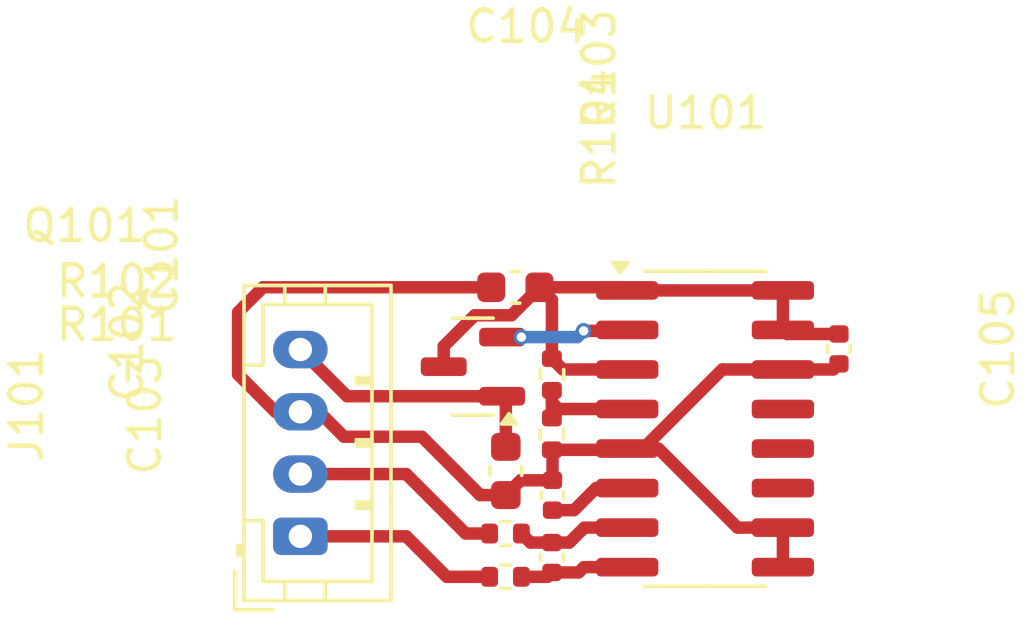
<source format=kicad_pcb>
(kicad_pcb (version 20240108) (generator "pcbnew") (generator_version "8.0")
  (layers (0 "F.Cu" signal) (31 "B.Cu" signal) (34 "B.Paste" user) (35 "F.Paste" user) (36 "B.SilkS" user "B.Silkscreen") (37 "F.SilkS" user "F.Silkscreen") (38 "B.Mask" user) (39 "F.Mask" user) (44 "Edge.Cuts" user))
  (net 0 "")
  (net 1 "GND")
  (net 2 "VDD")
  (net 3 "Net-(J101-Pin_4)")
  (net 4 "Net-(U101-INA+)")
  (net 5 "Net-(U101-INA-)")
  (net 6 "Net-(U101-VBG)")
  (net 7 "Net-(J101-Pin_2)")
  (net 8 "Net-(J101-Pin_1)")
  (net 9 "Net-(Q101-B)")
  (net 10 "Net-(U101-VFB)")
  (net 11 "/CLK")
  (net 12 "/DAT")
  (footprint "Capacitor_SMD:C_0603_1608Metric" (layer "F.Cu") (at 141.2 90.2 -90)
    (property "Reference" "C101" (at -6.93 11.06 90) (layer "F.SilkS"))
    (property "Value" "10uF")
    (fp_line (start -0.14058 0.51) (end 0.14058 0.51) (stroke (width 0.12)) (layer "F.SilkS"))
    (fp_line (start -0.14058 -0.51) (end 0.14058 -0.51) (stroke (width 0.12)) (layer "F.SilkS"))
    (pad "1" smd roundrect (at -0.775 0 270) (size 0.9 0.95) (layers "F.Cu" "F.Paste" "F.Mask") (net 3 "Net-(J101-Pin_4)"))
    (pad "2" smd roundrect (at 0.775 0 270) (size 0.9 0.95) (layers "F.Cu" "F.Paste" "F.Mask") (net 1 "GND"))
  )
  (footprint "Capacitor_SMD:C_0603_1608Metric" (layer "F.Cu") (at 141.505 84.3 180)
    (property "Reference" "C104" (at -0.35 8.38 360) (layer "F.SilkS"))
    (property "Value" "10uF")
    (fp_line (start -0.14058 0.51) (end 0.14058 0.51) (stroke (width 0.12)) (layer "F.SilkS"))
    (fp_line (start -0.14058 -0.51) (end 0.14058 -0.51) (stroke (width 0.12)) (layer "F.SilkS"))
    (pad "1" smd roundrect (at -0.775 0 180) (size 0.9 0.95) (layers "F.Cu" "F.Paste" "F.Mask") (net 2 "VDD"))
    (pad "2" smd roundrect (at 0.775 0 180) (size 0.9 0.95) (layers "F.Cu" "F.Paste" "F.Mask") (net 1 "GND"))
  )
  (footprint "Resistor_SMD:R_0402_1005Metric" (layer "F.Cu") (at 142.68 87.1 -90)
    (property "Reference" "R103" (at -9.81 -1.52 90) (layer "F.SilkS"))
    (property "Value" "22k")
    (fp_line (start -0.153641 0.38) (end 0.153641 0.38) (stroke (width 0.12)) (layer "F.SilkS"))
    (fp_line (start -0.153641 -0.38) (end 0.153641 -0.38) (stroke (width 0.12)) (layer "F.SilkS"))
    (pad "1" smd roundrect (at -0.51 0 270) (size 0.54 0.64) (layers "F.Cu" "F.Paste" "F.Mask") (net 2 "VDD"))
    (pad "2" smd roundrect (at 0.51 0 270) (size 0.54 0.64) (layers "F.Cu" "F.Paste" "F.Mask") (net 10 "Net-(U101-VFB)"))
  )
  (footprint "Connector_JST:JST_PH_B4B-PH-K_1x04_P2.00mm_Vertical" (layer "F.Cu") (at 134.6 92.3 90)
    (property "Reference" "J101" (at 4.2 -8.8 90) (layer "F.SilkS"))
    (property "Value" "Conn_01x04")
    (fp_line (start -1.11 -2.11) (end -2.36 -2.11) (stroke (width 0.12)) (layer "F.SilkS"))
    (fp_line (start -2.36 -2.11) (end -2.36 -0.86) (stroke (width 0.12)) (layer "F.SilkS"))
    (fp_line (start -0.3 -2.01) (end -0.6 -2.01) (stroke (width 0.12)) (layer "F.SilkS"))
    (fp_line (start -0.6 -2.01) (end -0.6 -1.81) (stroke (width 0.12)) (layer "F.SilkS"))
    (fp_line (start -0.3 -1.91) (end -0.6 -1.91) (stroke (width 0.12)) (layer "F.SilkS"))
    (fp_line (start 8.06 -1.81) (end -2.06 -1.81) (stroke (width 0.12)) (layer "F.SilkS"))
    (fp_line (start 0.5 -1.81) (end 0.5 -1.2) (stroke (width 0.12)) (layer "F.SilkS"))
    (fp_line (start -0.3 -1.81) (end -0.3 -2.01) (stroke (width 0.12)) (layer "F.SilkS"))
    (fp_line (start -2.06 -1.81) (end -2.06 2.91) (stroke (width 0.12)) (layer "F.SilkS"))
    (fp_line (start 7.45 -1.2) (end 5.5 -1.2) (stroke (width 0.12)) (layer "F.SilkS"))
    (fp_line (start 5.5 -1.2) (end 5.5 -1.81) (stroke (width 0.12)) (layer "F.SilkS"))
    (fp_line (start 0.5 -1.2) (end -1.45 -1.2) (stroke (width 0.12)) (layer "F.SilkS"))
    (fp_line (start -1.45 -1.2) (end -1.45 2.3) (stroke (width 0.12)) (layer "F.SilkS"))
    (fp_line (start 8.06 -0.5) (end 7.45 -0.5) (stroke (width 0.12)) (layer "F.SilkS"))
    (fp_line (start -2.06 -0.5) (end -1.45 -0.5) (stroke (width 0.12)) (layer "F.SilkS"))
    (fp_line (start 8.06 0.8) (end 7.45 0.8) (stroke (width 0.12)) (layer "F.SilkS"))
    (fp_line (start -2.06 0.8) (end -1.45 0.8) (stroke (width 0.12)) (layer "F.SilkS"))
    (fp_line (start 5.1 1.8) (end 5.1 2.3) (stroke (width 0.12)) (layer "F.SilkS"))
    (fp_line (start 4.9 1.8) (end 5.1 1.8) (stroke (width 0.12)) (layer "F.SilkS"))
    (fp_line (start 3.1 1.8) (end 3.1 2.3) (stroke (width 0.12)) (layer "F.SilkS"))
    (fp_line (start 2.9 1.8) (end 3.1 1.8) (stroke (width 0.12)) (layer "F.SilkS"))
    (fp_line (start 1.1 1.8) (end 1.1 2.3) (stroke (width 0.12)) (layer "F.SilkS"))
    (fp_line (start 0.9 1.8) (end 1.1 1.8) (stroke (width 0.12)) (layer "F.SilkS"))
    (fp_line (start 7.45 2.3) (end 7.45 -1.2) (stroke (width 0.12)) (layer "F.SilkS"))
    (fp_line (start 5 2.3) (end 5 1.8) (stroke (width 0.12)) (layer "F.SilkS"))
    (fp_line (start 4.9 2.3) (end 4.9 1.8) (stroke (width 0.12)) (layer "F.SilkS"))
    (fp_line (start 3 2.3) (end 3 1.8) (stroke (width 0.12)) (layer "F.SilkS"))
    (fp_line (start 2.9 2.3) (end 2.9 1.8) (stroke (width 0.12)) (layer "F.SilkS"))
    (fp_line (start 1 2.3) (end 1 1.8) (stroke (width 0.12)) (layer "F.SilkS"))
    (fp_line (start 0.9 2.3) (end 0.9 1.8) (stroke (width 0.12)) (layer "F.SilkS"))
    (fp_line (start -1.45 2.3) (end 7.45 2.3) (stroke (width 0.12)) (layer "F.SilkS"))
    (fp_line (start 8.06 2.91) (end 8.06 -1.81) (stroke (width 0.12)) (layer "F.SilkS"))
    (fp_line (start -2.06 2.91) (end 8.06 2.91) (stroke (width 0.12)) (layer "F.SilkS"))
    (pad "1" thru_hole roundrect (at 0 0 90) (size 1.2 1.75) (drill 0.75) (layers "*.Cu" "*.Mask") (roundrect_rratio 0.208333) (net 8 "Net-(J101-Pin_1)"))
    (pad "2" thru_hole oval (at 2 0 90) (size 1.2 1.75) (drill 0.75) (layers "*.Cu" "*.Mask") (net 7 "Net-(J101-Pin_2)"))
    (pad "3" thru_hole oval (at 4 0 90) (size 1.2 1.75) (drill 0.75) (layers "*.Cu" "*.Mask") (net 1 "GND"))
    (pad "4" thru_hole oval (at 6 0 90) (size 1.2 1.75) (drill 0.75) (layers "*.Cu" "*.Mask") (net 3 "Net-(J101-Pin_4)"))
  )
  (footprint "Resistor_SMD:R_0402_1005Metric" (layer "F.Cu") (at 141.19 93.6)
    (property "Reference" "R101" (at -12.49 -8.1 0) (layer "F.SilkS"))
    (property "Value" "100")
    (fp_line (start -0.153641 -0.38) (end 0.153641 -0.38) (stroke (width 0.12)) (layer "F.SilkS"))
    (fp_line (start -0.153641 0.38) (end 0.153641 0.38) (stroke (width 0.12)) (layer "F.SilkS"))
    (pad "1" smd roundrect (at -0.51 0) (size 0.54 0.64) (layers "F.Cu" "F.Paste" "F.Mask") (net 8 "Net-(J101-Pin_1)"))
    (pad "2" smd roundrect (at 0.51 0) (size 0.54 0.64) (layers "F.Cu" "F.Paste" "F.Mask") (net 4 "Net-(U101-INA+)"))
  )
  (footprint "Capacitor_SMD:C_0402_1005Metric" (layer "F.Cu") (at 142.7 90.98 90)
    (property "Reference" "C103" (at 2.58 -13.1 90) (layer "F.SilkS"))
    (property "Value" "0.1uF")
    (fp_line (start -0.107836 -0.36) (end 0.107836 -0.36) (stroke (width 0.12)) (layer "F.SilkS"))
    (fp_line (start -0.107836 0.36) (end 0.107836 0.36) (stroke (width 0.12)) (layer "F.SilkS"))
    (pad "1" smd roundrect (at -0.48 0 90) (size 0.56 0.62) (layers "F.Cu" "F.Paste" "F.Mask") (net 6 "Net-(U101-VBG)"))
    (pad "2" smd roundrect (at 0.48 0 90) (size 0.56 0.62) (layers "F.Cu" "F.Paste" "F.Mask") (net 1 "GND"))
  )
  (footprint "Resistor_SMD:R_0402_1005Metric" (layer "F.Cu") (at 141.19 92.21)
    (property "Reference" "R102" (at -12.49 -8.1 0) (layer "F.SilkS"))
    (property "Value" "100")
    (fp_line (start -0.153641 -0.38) (end 0.153641 -0.38) (stroke (width 0.12)) (layer "F.SilkS"))
    (fp_line (start -0.153641 0.38) (end 0.153641 0.38) (stroke (width 0.12)) (layer "F.SilkS"))
    (pad "1" smd roundrect (at -0.51 0) (size 0.54 0.64) (layers "F.Cu" "F.Paste" "F.Mask") (net 7 "Net-(J101-Pin_2)"))
    (pad "2" smd roundrect (at 0.51 0) (size 0.54 0.64) (layers "F.Cu" "F.Paste" "F.Mask") (net 5 "Net-(U101-INA-)"))
  )
  (footprint "Capacitor_SMD:C_0402_1005Metric" (layer "F.Cu") (at 151.9 86.28 -90)
    (property "Reference" "C105" (at 0 -5.1 90) (layer "F.SilkS"))
    (property "Value" "0.1uF")
    (fp_line (start -0.107836 0.36) (end 0.107836 0.36) (stroke (width 0.12)) (layer "F.SilkS"))
    (fp_line (start -0.107836 -0.36) (end 0.107836 -0.36) (stroke (width 0.12)) (layer "F.SilkS"))
    (pad "1" smd roundrect (at -0.48 0 270) (size 0.56 0.62) (layers "F.Cu" "F.Paste" "F.Mask") (net 2 "VDD"))
    (pad "2" smd roundrect (at 0.48 0 270) (size 0.56 0.62) (layers "F.Cu" "F.Paste" "F.Mask") (net 1 "GND"))
  )
  (footprint "Capacitor_SMD:C_0402_1005Metric" (layer "F.Cu") (at 142.68 92.98 90)
    (property "Reference" "C102" (at 6.93 -13.65 90) (layer "F.SilkS"))
    (property "Value" "0.1uF")
    (fp_line (start -0.107836 -0.36) (end 0.107836 -0.36) (stroke (width 0.12)) (layer "F.SilkS"))
    (fp_line (start -0.107836 0.36) (end 0.107836 0.36) (stroke (width 0.12)) (layer "F.SilkS"))
    (pad "1" smd roundrect (at -0.48 0 90) (size 0.56 0.62) (layers "F.Cu" "F.Paste" "F.Mask") (net 4 "Net-(U101-INA+)"))
    (pad "2" smd roundrect (at 0.48 0 90) (size 0.56 0.62) (layers "F.Cu" "F.Paste" "F.Mask") (net 5 "Net-(U101-INA-)"))
  )
  (footprint "Resistor_SMD:R_0402_1005Metric" (layer "F.Cu") (at 142.68 89.01 -90)
    (property "Reference" "R104" (at -9.81 -1.52 90) (layer "F.SilkS"))
    (property "Value" "10k")
    (fp_line (start -0.153641 0.38) (end 0.153641 0.38) (stroke (width 0.12)) (layer "F.SilkS"))
    (fp_line (start -0.153641 -0.38) (end 0.153641 -0.38) (stroke (width 0.12)) (layer "F.SilkS"))
    (pad "1" smd roundrect (at -0.51 0 270) (size 0.54 0.64) (layers "F.Cu" "F.Paste" "F.Mask") (net 10 "Net-(U101-VFB)"))
    (pad "2" smd roundrect (at 0.51 0 270) (size 0.54 0.64) (layers "F.Cu" "F.Paste" "F.Mask") (net 1 "GND"))
  )
  (footprint "Package_TO_SOT_SMD:SOT-23" (layer "F.Cu") (at 140.1425 86.85 180)
    (property "Reference" "Q101" (at 12.49 4.53 360) (layer "F.SilkS"))
    (property "Value" "PNP")
    (fp_line (start 0 1.56) (end 0.65 1.56) (stroke (width 0.12)) (layer "F.SilkS"))
    (fp_line (start 0 1.56) (end -0.65 1.56) (stroke (width 0.12)) (layer "F.SilkS"))
    (fp_line (start 0 -1.56) (end 0.65 -1.56) (stroke (width 0.12)) (layer "F.SilkS"))
    (fp_line (start 0 -1.56) (end -0.65 -1.56) (stroke (width 0.12)) (layer "F.SilkS"))
    (fp_poly (pts (xy -1.1625 -1.51) (xy -1.4025 -1.84) (xy -0.9225 -1.84) (xy -1.1625 -1.51)) (stroke (width 0.12)) (fill solid) (layer "F.SilkS"))
    (pad "1" smd roundrect (at -0.9375 -0.95 180) (size 1.475 0.6) (layers "F.Cu" "F.Paste" "F.Mask") (net 3 "Net-(J101-Pin_4)"))
    (pad "2" smd roundrect (at -0.9375 0.95 180) (size 1.475 0.6) (layers "F.Cu" "F.Paste" "F.Mask") (net 9 "Net-(Q101-B)"))
    (pad "3" smd roundrect (at 0.9375 0 180) (size 1.475 0.6) (layers "F.Cu" "F.Paste" "F.Mask") (net 2 "VDD"))
  )
  (footprint "Package_SO:SOP-16_3.9x9.9mm_P1.27mm" (layer "F.Cu") (at 147.6 88.845)
    (property "Reference" "U101" (at 0 -10.145 0) (layer "F.SilkS"))
    (property "Value" "HX711")
    (fp_line (start 0 -5.06) (end -1.95 -5.06) (stroke (width 0.12)) (layer "F.SilkS"))
    (fp_line (start 0 -5.06) (end 1.95 -5.06) (stroke (width 0.12)) (layer "F.SilkS"))
    (fp_line (start 0 5.06) (end -1.95 5.06) (stroke (width 0.12)) (layer "F.SilkS"))
    (fp_line (start 0 5.06) (end 1.95 5.06) (stroke (width 0.12)) (layer "F.SilkS"))
    (fp_poly (pts (xy -2.725 -5.005) (xy -2.965 -5.335) (xy -2.485 -5.335) (xy -2.725 -5.005)) (stroke (width 0.12)) (fill solid) (layer "F.SilkS"))
    (pad "1" smd roundrect (at -2.5 -4.445) (size 2 0.6) (layers "F.Cu" "F.Paste" "F.Mask") (net 2 "VDD"))
    (pad "2" smd roundrect (at -2.5 -3.175) (size 2 0.6) (layers "F.Cu" "F.Paste" "F.Mask") (net 9 "Net-(Q101-B)"))
    (pad "3" smd roundrect (at -2.5 -1.905) (size 2 0.6) (layers "F.Cu" "F.Paste" "F.Mask") (net 2 "VDD"))
    (pad "4" smd roundrect (at -2.5 -0.635) (size 2 0.6) (layers "F.Cu" "F.Paste" "F.Mask") (net 10 "Net-(U101-VFB)"))
    (pad "5" smd roundrect (at -2.5 0.635) (size 2 0.6) (layers "F.Cu" "F.Paste" "F.Mask") (net 1 "GND"))
    (pad "6" smd roundrect (at -2.5 1.905) (size 2 0.6) (layers "F.Cu" "F.Paste" "F.Mask") (net 6 "Net-(U101-VBG)"))
    (pad "7" smd roundrect (at -2.5 3.175) (size 2 0.6) (layers "F.Cu" "F.Paste" "F.Mask") (net 5 "Net-(U101-INA-)"))
    (pad "8" smd roundrect (at -2.5 4.445) (size 2 0.6) (layers "F.Cu" "F.Paste" "F.Mask") (net 4 "Net-(U101-INA+)"))
    (pad "9" smd roundrect (at 2.5 4.445) (size 2 0.6) (layers "F.Cu" "F.Paste" "F.Mask") (net 1 "GND"))
    (pad "10" smd roundrect (at 2.5 3.175) (size 2 0.6) (layers "F.Cu" "F.Paste" "F.Mask") (net 1 "GND"))
    (pad "11" smd roundrect (at 2.5 1.905) (size 2 0.6) (layers "F.Cu" "F.Paste" "F.Mask") (net 11 "/CLK"))
    (pad "12" smd roundrect (at 2.5 0.635) (size 2 0.6) (layers "F.Cu" "F.Paste" "F.Mask") (net 12 "/DAT"))
    (pad "13" smd roundrect (at 2.5 -0.635) (size 2 0.6) (layers "F.Cu" "F.Paste" "F.Mask"))
    (pad "14" smd roundrect (at 2.5 -1.905) (size 2 0.6) (layers "F.Cu" "F.Paste" "F.Mask") (net 1 "GND"))
    (pad "15" smd roundrect (at 2.5 -3.175) (size 2 0.6) (layers "F.Cu" "F.Paste" "F.Mask") (net 2 "VDD"))
    (pad "16" smd roundrect (at 2.5 -4.445) (size 2 0.6) (layers "F.Cu" "F.Paste" "F.Mask") (net 2 "VDD"))
  )
  (segment (start 145.611974 89.48) (end 145.1 89.48) (width 0.4) (layer "F.Cu") (net 1))
  (segment (start 150.1 86.94) (end 151.72 86.94) (width 0.4) (layer "F.Cu") (net 1))
  (segment (start 145.1 89.48) (end 146.099999 89.48) (width 0.4) (layer "F.Cu") (net 1))
  (segment (start 142.7 90.5) (end 142.7 89.54) (width 0.4) (layer "F.Cu") (net 1))
  (segment (start 134.6 88.3) (end 134.7 88.4) (width 0.4) (layer "F.Cu") (net 1))
  (segment (start 140.375 90.975) (end 141.2 90.975) (width 0.4) (layer "F.Cu") (net 1))
  (segment (start 150.1 86.94) (end 148.151974 86.94) (width 0.4) (layer "F.Cu") (net 1))
  (segment (start 133.8 88.3) (end 134.6 88.3) (width 0.4) (layer "F.Cu") (net 1))
  (segment (start 140.73 84.3) (end 133.4 84.3) (width 0.4) (layer "F.Cu") (net 1))
  (segment (start 134.7 88.4) (end 135.3 88.4) (width 0.4) (layer "F.Cu") (net 1))
  (segment (start 142.7 89.54) (end 142.68 89.52) (width 0.4) (layer "F.Cu") (net 1))
  (segment (start 138.5 89.1) (end 140.375 90.975) (width 0.4) (layer "F.Cu") (net 1))
  (segment (start 148.151974 86.94) (end 145.611974 89.48) (width 0.4) (layer "F.Cu") (net 1))
  (segment (start 151.72 86.94) (end 151.9 86.76) (width 0.4) (layer "F.Cu") (net 1))
  (segment (start 141.675 90.5) (end 142.7 90.5) (width 0.4) (layer "F.Cu") (net 1))
  (segment (start 132.6 85.1) (end 132.6 87.1) (width 0.4) (layer "F.Cu") (net 1))
  (segment (start 135.3 88.4) (end 136 89.1) (width 0.4) (layer "F.Cu") (net 1))
  (segment (start 136 89.1) (end 138.5 89.1) (width 0.4) (layer "F.Cu") (net 1))
  (segment (start 146.099999 89.48) (end 148.639999 92.02) (width 0.4) (layer "F.Cu") (net 1))
  (segment (start 132.6 87.1) (end 133.8 88.3) (width 0.4) (layer "F.Cu") (net 1))
  (segment (start 150.1 92.02) (end 150.1 93.29) (width 0.4) (layer "F.Cu") (net 1))
  (segment (start 133.4 84.3) (end 132.6 85.1) (width 0.4) (layer "F.Cu") (net 1))
  (segment (start 145.06 89.52) (end 145.1 89.48) (width 0.4) (layer "F.Cu") (net 1))
  (segment (start 142.68 89.52) (end 145.06 89.52) (width 0.4) (layer "F.Cu") (net 1))
  (segment (start 148.639999 92.02) (end 150.1 92.02) (width 0.4) (layer "F.Cu") (net 1))
  (segment (start 141.2 90.975) (end 141.675 90.5) (width 0.4) (layer "F.Cu") (net 1))
  (segment (start 145.1 86.94) (end 143.03 86.94) (width 0.4) (layer "F.Cu") (net 2))
  (segment (start 142.28 84.3) (end 141.38 85.2) (width 0.4) (layer "F.Cu") (net 2))
  (segment (start 142.28 84.3) (end 145 84.3) (width 0.4) (layer "F.Cu") (net 2))
  (segment (start 150.23 85.8) (end 150.1 85.67) (width 0.4) (layer "F.Cu") (net 2))
  (segment (start 142.68 84.7) (end 142.28 84.3) (width 0.4) (layer "F.Cu") (net 2))
  (segment (start 150.1 84.4) (end 150.1 85.67) (width 0.4) (layer "F.Cu") (net 2))
  (segment (start 143.03 86.94) (end 142.68 86.59) (width 0.4) (layer "F.Cu") (net 2))
  (segment (start 151.9 85.8) (end 150.23 85.8) (width 0.4) (layer "F.Cu") (net 2))
  (segment (start 145 84.3) (end 145.1 84.4) (width 0.4) (layer "F.Cu") (net 2))
  (segment (start 141.38 85.2) (end 140.2 85.2) (width 0.4) (layer "F.Cu") (net 2))
  (segment (start 139.205 86.195) (end 139.205 86.85) (width 0.4) (layer "F.Cu") (net 2))
  (segment (start 145.1 84.4) (end 150.1 84.4) (width 0.4) (layer "F.Cu") (net 2))
  (segment (start 140.2 85.2) (end 139.205 86.195) (width 0.4) (layer "F.Cu") (net 2))
  (segment (start 142.68 86.59) (end 142.68 84.7) (width 0.4) (layer "F.Cu") (net 2))
  (segment (start 141.2 87.92) (end 141.08 87.8) (width 0.4) (layer "F.Cu") (net 3))
  (segment (start 141.2 89.425) (end 141.2 87.92) (width 0.4) (layer "F.Cu") (net 3))
  (segment (start 141.08 87.8) (end 136.1 87.8) (width 0.4) (layer "F.Cu") (net 3))
  (segment (start 136.1 87.8) (end 134.6 86.3) (width 0.4) (layer "F.Cu") (net 3))
  (segment (start 142.54 93.6) (end 142.68 93.46) (width 0.4) (layer "F.Cu") (net 4))
  (segment (start 142.68 93.46) (end 143.54 93.46) (width 0.4) (layer "F.Cu") (net 4))
  (segment (start 143.71 93.29) (end 145.1 93.29) (width 0.4) (layer "F.Cu") (net 4))
  (segment (start 143.54 93.46) (end 143.71 93.29) (width 0.4) (layer "F.Cu") (net 4))
  (segment (start 141.7 93.6) (end 142.54 93.6) (width 0.4) (layer "F.Cu") (net 4))
  (segment (start 145.1 92.02) (end 143.72 92.02) (width 0.4) (layer "F.Cu") (net 5))
  (segment (start 142.68 92.5) (end 143.24 92.5) (width 0.4) (layer "F.Cu") (net 5))
  (segment (start 143.24 92.5) (end 143.72 92.02) (width 0.4) (layer "F.Cu") (net 5))
  (segment (start 141.99 92.5) (end 141.7 92.21) (width 0.4) (layer "F.Cu") (net 5))
  (segment (start 142.68 92.5) (end 141.99 92.5) (width 0.4) (layer "F.Cu") (net 5))
  (segment (start 143.390001 91.46) (end 142.7 91.46) (width 0.4) (layer "F.Cu") (net 6))
  (segment (start 144.100001 90.75) (end 143.390001 91.46) (width 0.4) (layer "F.Cu") (net 6))
  (segment (start 145.1 90.75) (end 144.100001 90.75) (width 0.4) (layer "F.Cu") (net 6))
  (segment (start 138 90.3) (end 134.6 90.3) (width 0.4) (layer "F.Cu") (net 7))
  (segment (start 140.68 92.21) (end 139.91 92.21) (width 0.4) (layer "F.Cu") (net 7))
  (segment (start 139.91 92.21) (end 138 90.3) (width 0.4) (layer "F.Cu") (net 7))
  (segment (start 139.3 93.6) (end 138 92.3) (width 0.4) (layer "F.Cu") (net 8))
  (segment (start 138 92.3) (end 134.6 92.3) (width 0.4) (layer "F.Cu") (net 8))
  (segment (start 140.68 93.6) (end 139.3 93.6) (width 0.4) (layer "F.Cu") (net 8))
  (segment (start 141.08 85.9) (end 141.7 85.9) (width 0.4) (layer "F.Cu") (net 9))
  (segment (start 145.07 85.7) (end 145.1 85.67) (width 0.4) (layer "F.Cu") (net 9))
  (segment (start 143.7 85.7) (end 145.07 85.7) (width 0.4) (layer "F.Cu") (net 9))
  (via (at 143.7 85.7) (size 0.5) (drill 0.3) (layers "F.Cu" "B.Cu") (net 9))
  (via (at 141.7 85.9) (size 0.5) (drill 0.3) (layers "F.Cu" "B.Cu") (net 9))
  (segment (start 143.5 85.9) (end 143.7 85.7) (width 0.4) (layer "B.Cu") (net 9))
  (segment (start 141.7 85.9) (end 143.5 85.9) (width 0.4) (layer "B.Cu") (net 9))
  (segment (start 142.68 87.61) (end 142.68 88.5) (width 0.4) (layer "F.Cu") (net 10))
  (segment (start 142.68 88) (end 142.68 87.61) (width 0.4) (layer "F.Cu") (net 10))
  (segment (start 142.89 88.21) (end 142.68 88) (width 0.4) (layer "F.Cu") (net 10))
  (segment (start 145.1 88.21) (end 142.89 88.21) (width 0.4) (layer "F.Cu") (net 10))
)
</source>
